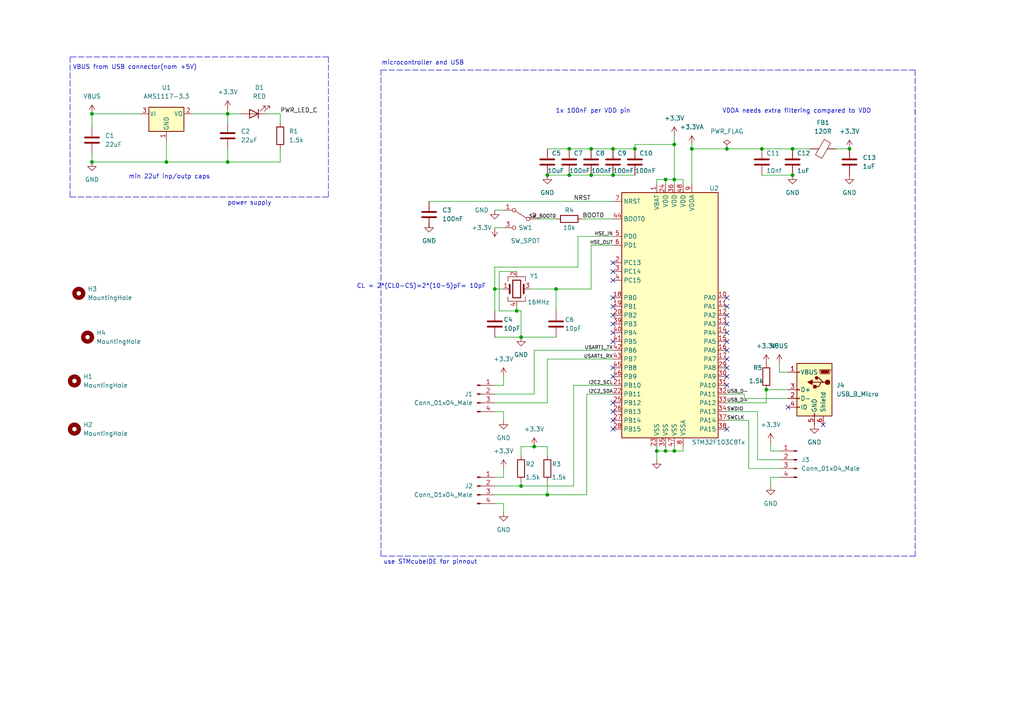
<source format=kicad_sch>
(kicad_sch (version 20211123) (generator eeschema)
  (paper "A4")
  (title_block (title "stm Interface PCB") (rev "1"))
  (lib_symbols
    (symbol "Connector:Conn_01x04_Male" (pin_names (offset 1.016) hide)
      (property "Reference" "J" (at 0 5.08 0))
      (property "Value" "Conn_01x04_Male" (at 0 -7.62 0))
      (symbol "Conn_01x04_Male_1_1"
        (polyline (pts (xy 1.27 -5.08) (xy 0.8636 -5.08)) (stroke (width 0.1524)))
        (polyline (pts (xy 1.27 -2.54) (xy 0.8636 -2.54)) (stroke (width 0.1524)))
        (polyline (pts (xy 1.27 0) (xy 0.8636 0)) (stroke (width 0.1524)))
        (polyline (pts (xy 1.27 2.54) (xy 0.8636 2.54)) (stroke (width 0.1524)))
        (rectangle (start 0.8636 -4.953) (end 0 -5.207) (stroke (width 0.1524)) (fill (type outline)))
        (rectangle (start 0.8636 -2.413) (end 0 -2.667) (stroke (width 0.1524)) (fill (type outline)))
        (rectangle (start 0.8636 0.127) (end 0 -0.127) (stroke (width 0.1524)) (fill (type outline)))
        (rectangle (start 0.8636 2.667) (end 0 2.413) (stroke (width 0.1524)) (fill (type outline)))
        (pin passive line (at 5.08 2.54 180) (length 3.81) (name "Pin_1") (number "1"))
        (pin passive line (at 5.08 0 180) (length 3.81) (name "Pin_2") (number "2"))
        (pin passive line (at 5.08 -2.54 180) (length 3.81) (name "Pin_3") (number "3"))
        (pin passive line (at 5.08 -5.08 180) (length 3.81) (name "Pin_4") (number "4"))
      )
    )
    (symbol "Connector:USB_B_Micro" (pin_names (offset 1.016))
      (property "Reference" "J" (at -5.08 11.43 0))
      (property "Value" "USB_B_Micro" (at -5.08 8.89 0))
      (symbol "USB_B_Micro_0_1"
        (rectangle (start -5.08 -7.62) (end 5.08 7.62) (stroke (width 0.254)) (fill (type background)))
        (circle (center -3.81 2.159) (radius 0.635) (stroke (width 0.254)) (fill (type outline)))
        (circle (center -0.635 3.429) (radius 0.381) (stroke (width 0.254)) (fill (type outline)))
        (rectangle (start -0.127 -7.62) (end 0.127 -6.858))
        (polyline (pts (xy -1.905 2.159) (xy 0.635 2.159)) (stroke (width 0.254)))
        (polyline (pts (xy -3.175 2.159) (xy -2.54 2.159) (xy -1.27 3.429) (xy -0.635 3.429)) (stroke (width 0.254)))
        (polyline (pts (xy -2.54 2.159) (xy -1.905 2.159) (xy -1.27 0.889) (xy 0 0.889)) (stroke (width 0.254)))
        (polyline (pts (xy 0.635 2.794) (xy 0.635 1.524) (xy 1.905 2.159) (xy 0.635 2.794)) (stroke (width 0.254)) (fill (type outline)))
        (polyline (pts (xy -4.318 5.588) (xy -1.778 5.588) (xy -2.032 4.826) (xy -4.064 4.826) (xy -4.318 5.588)) (fill (type outline)))
        (polyline (pts (xy -4.699 5.842) (xy -4.699 5.588) (xy -4.445 4.826) (xy -4.445 4.572) (xy -1.651 4.572) (xy -1.651 4.826) (xy -1.397 5.588) (xy -1.397 5.842) (xy -4.699 5.842)))
        (rectangle (start 0.254 1.27) (end -0.508 0.508) (stroke (width 0.254)) (fill (type outline)))
        (rectangle (start 5.08 -5.207) (end 4.318 -4.953))
        (rectangle (start 5.08 -2.667) (end 4.318 -2.413))
        (rectangle (start 5.08 -0.127) (end 4.318 0.127))
        (rectangle (start 5.08 4.953) (end 4.318 5.207))
      )
      (symbol "USB_B_Micro_1_1"
        (pin power_out line (at 7.62 5.08 180) (length 2.54) (name "VBUS") (number "1"))
        (pin bidirectional line (at 7.62 -2.54 180) (length 2.54) (name "D-") (number "2"))
        (pin bidirectional line (at 7.62 0 180) (length 2.54) (name "D+") (number "3"))
        (pin passive line (at 7.62 -5.08 180) (length 2.54) (name "ID") (number "4"))
        (pin power_out line (at 0 -10.16 90) (length 2.54) (name "GND") (number "5"))
        (pin passive line (at -2.54 -10.16 90) (length 2.54) (name "Shield") (number "6"))
      )
    )
    (symbol "Device:C" (pin_numbers hide) (pin_names (offset 0.254))
      (property "Reference" "C" (at 0.635 2.54 0))
      (property "Value" "C" (at 0.635 -2.54 0))
      (symbol "C_0_1"
        (polyline (pts (xy -2.032 -0.762) (xy 2.032 -0.762)) (stroke (width 0.508)))
        (polyline (pts (xy -2.032 0.762) (xy 2.032 0.762)) (stroke (width 0.508)))
      )
      (symbol "C_1_1"
        (pin passive line (at 0 3.81 270) (length 2.794) (name "~") (number "1"))
        (pin passive line (at 0 -3.81 90) (length 2.794) (name "~") (number "2"))
      )
    )
    (symbol "Device:Crystal_GND24" (pin_names (offset 1.016) hide)
      (property "Reference" "Y" (at 3.175 5.08 0))
      (property "Value" "Crystal_GND24" (at 3.175 3.175 0))
      (symbol "Crystal_GND24_0_1"
        (rectangle (start -1.143 2.54) (end 1.143 -2.54) (stroke (width 0.3048)))
        (polyline (pts (xy -2.54 0) (xy -2.032 0)))
        (polyline (pts (xy -2.032 -1.27) (xy -2.032 1.27)) (stroke (width 0.508)))
        (polyline (pts (xy 0 -3.81) (xy 0 -3.556)))
        (polyline (pts (xy 0 3.556) (xy 0 3.81)))
        (polyline (pts (xy 2.032 -1.27) (xy 2.032 1.27)) (stroke (width 0.508)))
        (polyline (pts (xy 2.032 0) (xy 2.54 0)))
        (polyline (pts (xy -2.54 -2.286) (xy -2.54 -3.556) (xy 2.54 -3.556) (xy 2.54 -2.286)))
        (polyline (pts (xy -2.54 2.286) (xy -2.54 3.556) (xy 2.54 3.556) (xy 2.54 2.286)))
      )
      (symbol "Crystal_GND24_1_1"
        (pin passive line (at -3.81 0 0) (length 1.27) (name "1") (number "1"))
        (pin passive line (at 0 5.08 270) (length 1.27) (name "2") (number "2"))
        (pin passive line (at 3.81 0 180) (length 1.27) (name "3") (number "3"))
        (pin passive line (at 0 -5.08 90) (length 1.27) (name "4") (number "4"))
      )
    )
    (symbol "Device:FerriteBead" (pin_numbers hide) (pin_names (offset 0))
      (property "Reference" "FB" (at -3.81 0.635 90))
      (property "Value" "FerriteBead" (at 3.81 0 90))
      (symbol "FerriteBead_0_1"
        (polyline (pts (xy 0 -1.27) (xy 0 -1.2192)))
        (polyline (pts (xy 0 1.27) (xy 0 1.2954)))
        (polyline (pts (xy -2.7686 0.4064) (xy -1.7018 2.2606) (xy 2.7686 -0.3048) (xy 1.6764 -2.159) (xy -2.7686 0.4064)))
      )
      (symbol "FerriteBead_1_1"
        (pin passive line (at 0 3.81 270) (length 2.54) (name "~") (number "1"))
        (pin passive line (at 0 -3.81 90) (length 2.54) (name "~") (number "2"))
      )
    )
    (symbol "Device:LED" (pin_numbers hide) (pin_names (offset 1.016) hide)
      (property "Reference" "D" (at 0 2.54 0))
      (property "Value" "LED" (at 0 -2.54 0))
      (symbol "LED_0_1"
        (polyline (pts (xy -1.27 -1.27) (xy -1.27 1.27)) (stroke (width 0.254)))
        (polyline (pts (xy -1.27 0) (xy 1.27 0)))
        (polyline (pts (xy 1.27 -1.27) (xy 1.27 1.27) (xy -1.27 0) (xy 1.27 -1.27)) (stroke (width 0.254)))
        (polyline (pts (xy -3.048 -0.762) (xy -4.572 -2.286) (xy -3.81 -2.286) (xy -4.572 -2.286) (xy -4.572 -1.524)))
        (polyline (pts (xy -1.778 -0.762) (xy -3.302 -2.286) (xy -2.54 -2.286) (xy -3.302 -2.286) (xy -3.302 -1.524)))
      )
      (symbol "LED_1_1"
        (pin passive line (at -3.81 0 0) (length 2.54) (name "K") (number "1"))
        (pin passive line (at 3.81 0 180) (length 2.54) (name "A") (number "2"))
      )
    )
    (symbol "Device:R" (pin_numbers hide) (pin_names (offset 0))
      (property "Reference" "R" (at 2.032 0 90))
      (property "Value" "R" (at 0 0 90))
      (symbol "R_0_1"
        (rectangle (start -1.016 -2.54) (end 1.016 2.54) (stroke (width 0.254)))
      )
      (symbol "R_1_1"
        (pin passive line (at 0 3.81 270) (length 1.27) (name "~") (number "1"))
        (pin passive line (at 0 -3.81 90) (length 1.27) (name "~") (number "2"))
      )
    )
    (symbol "MCU_ST_STM32F1:STM32F103C8Tx"
      (property "Reference" "U" (at -15.24 36.83 0))
      (property "Value" "STM32F103C8Tx" (at 7.62 36.83 0))
      (symbol "STM32F103C8Tx_0_1"
        (rectangle (start -15.24 -35.56) (end 12.7 35.56) (stroke (width 0.254)) (fill (type background)))
      )
      (symbol "STM32F103C8Tx_1_1"
        (pin power_in line (at -5.08 38.1 270) (length 2.54) (name "VBAT") (number "1"))
        (pin bidirectional line (at 15.24 5.08 180) (length 2.54) (name "PA0") (number "10"))
        (pin bidirectional line (at 15.24 2.54 180) (length 2.54) (name "PA1") (number "11"))
        (pin bidirectional line (at 15.24 0 180) (length 2.54) (name "PA2") (number "12"))
        (pin bidirectional line (at 15.24 -2.54 180) (length 2.54) (name "PA3") (number "13"))
        (pin bidirectional line (at 15.24 -5.08 180) (length 2.54) (name "PA4") (number "14"))
        (pin bidirectional line (at 15.24 -7.62 180) (length 2.54) (name "PA5") (number "15"))
        (pin bidirectional line (at 15.24 -10.16 180) (length 2.54) (name "PA6") (number "16"))
        (pin bidirectional line (at 15.24 -12.7 180) (length 2.54) (name "PA7") (number "17"))
        (pin bidirectional line (at -17.78 5.08 0) (length 2.54) (name "PB0") (number "18"))
        (pin bidirectional line (at -17.78 2.54 0) (length 2.54) (name "PB1") (number "19"))
        (pin bidirectional line (at -17.78 15.24 0) (length 2.54) (name "PC13") (number "2"))
        (pin bidirectional line (at -17.78 0 0) (length 2.54) (name "PB2") (number "20"))
        (pin bidirectional line (at -17.78 -20.32 0) (length 2.54) (name "PB10") (number "21"))
        (pin bidirectional line (at -17.78 -22.86 0) (length 2.54) (name "PB11") (number "22"))
        (pin power_in line (at -5.08 -38.1 90) (length 2.54) (name "VSS") (number "23"))
        (pin power_in line (at -2.54 38.1 270) (length 2.54) (name "VDD") (number "24"))
        (pin bidirectional line (at -17.78 -25.4 0) (length 2.54) (name "PB12") (number "25"))
        (pin bidirectional line (at -17.78 -27.94 0) (length 2.54) (name "PB13") (number "26"))
        (pin bidirectional line (at -17.78 -30.48 0) (length 2.54) (name "PB14") (number "27"))
        (pin bidirectional line (at -17.78 -33.02 0) (length 2.54) (name "PB15") (number "28"))
        (pin bidirectional line (at 15.24 -15.24 180) (length 2.54) (name "PA8") (number "29"))
        (pin bidirectional line (at -17.78 12.7 0) (length 2.54) (name "PC14") (number "3"))
        (pin bidirectional line (at 15.24 -17.78 180) (length 2.54) (name "PA9") (number "30"))
        (pin bidirectional line (at 15.24 -20.32 180) (length 2.54) (name "PA10") (number "31"))
        (pin bidirectional line (at 15.24 -22.86 180) (length 2.54) (name "PA11") (number "32"))
        (pin bidirectional line (at 15.24 -25.4 180) (length 2.54) (name "PA12") (number "33"))
        (pin bidirectional line (at 15.24 -27.94 180) (length 2.54) (name "PA13") (number "34"))
        (pin power_in line (at -2.54 -38.1 90) (length 2.54) (name "VSS") (number "35"))
        (pin power_in line (at 0 38.1 270) (length 2.54) (name "VDD") (number "36"))
        (pin bidirectional line (at 15.24 -30.48 180) (length 2.54) (name "PA14") (number "37"))
        (pin bidirectional line (at 15.24 -33.02 180) (length 2.54) (name "PA15") (number "38"))
        (pin bidirectional line (at -17.78 -2.54 0) (length 2.54) (name "PB3") (number "39"))
        (pin bidirectional line (at -17.78 10.16 0) (length 2.54) (name "PC15") (number "4"))
        (pin bidirectional line (at -17.78 -5.08 0) (length 2.54) (name "PB4") (number "40"))
        (pin bidirectional line (at -17.78 -7.62 0) (length 2.54) (name "PB5") (number "41"))
        (pin bidirectional line (at -17.78 -10.16 0) (length 2.54) (name "PB6") (number "42"))
        (pin bidirectional line (at -17.78 -12.7 0) (length 2.54) (name "PB7") (number "43"))
        (pin input line (at -17.78 27.94 0) (length 2.54) (name "BOOT0") (number "44"))
        (pin bidirectional line (at -17.78 -15.24 0) (length 2.54) (name "PB8") (number "45"))
        (pin bidirectional line (at -17.78 -17.78 0) (length 2.54) (name "PB9") (number "46"))
        (pin power_in line (at 0 -38.1 90) (length 2.54) (name "VSS") (number "47"))
        (pin power_in line (at 2.54 38.1 270) (length 2.54) (name "VDD") (number "48"))
        (pin input line (at -17.78 22.86 0) (length 2.54) (name "PD0") (number "5"))
        (pin input line (at -17.78 20.32 0) (length 2.54) (name "PD1") (number "6"))
        (pin input line (at -17.78 33.02 0) (length 2.54) (name "NRST") (number "7"))
        (pin power_in line (at 2.54 -38.1 90) (length 2.54) (name "VSSA") (number "8"))
        (pin power_in line (at 5.08 38.1 270) (length 2.54) (name "VDDA") (number "9"))
      )
    )
    (symbol "Mechanical:MountingHole" (pin_names (offset 1.016))
      (property "Reference" "H" (at 0 5.08 0))
      (property "Value" "MountingHole" (at 0 3.175 0))
      (symbol "MountingHole_0_1"
        (circle (center 0 0) (radius 1.27) (stroke (width 1.27)))
      )
    )
    (symbol "Regulator_Linear:AMS1117-3.3" (pin_names (offset 0.254))
      (property "Reference" "U" (at -3.81 3.175 0))
      (property "Value" "AMS1117-3.3" (at 0 3.175 0))
      (symbol "AMS1117-3.3_0_1"
        (rectangle (start -5.08 -5.08) (end 5.08 1.905) (stroke (width 0.254)) (fill (type background)))
      )
      (symbol "AMS1117-3.3_1_1"
        (pin power_in line (at 0 -7.62 90) (length 2.54) (name "GND") (number "1"))
        (pin power_out line (at 7.62 0 180) (length 2.54) (name "VO") (number "2"))
        (pin power_in line (at -7.62 0 0) (length 2.54) (name "VI") (number "3"))
      )
    )
    (symbol "Switch:SW_SPDT" (pin_names (offset 0) hide)
      (property "Reference" "SW" (at 0 4.318 0))
      (property "Value" "SW_SPDT" (at 0 -5.08 0))
      (symbol "SW_SPDT_0_0"
        (circle (center -2.032 0) (radius 0.508))
        (circle (center 2.032 -2.54) (radius 0.508))
      )
      (symbol "SW_SPDT_0_1"
        (polyline (pts (xy -1.524 0.254) (xy 1.651 2.286)))
        (circle (center 2.032 2.54) (radius 0.508))
      )
      (symbol "SW_SPDT_1_1"
        (pin passive line (at 5.08 2.54 180) (length 2.54) (name "A") (number "1"))
        (pin passive line (at -5.08 0 0) (length 2.54) (name "B") (number "2"))
        (pin passive line (at 5.08 -2.54 180) (length 2.54) (name "C") (number "3"))
      )
    )
    (symbol "power:+3.3V" (power) (pin_names (offset 0))
      (property "Value" "+3.3V" (at 0 3.556 0))
      (symbol "+3.3V_0_1"
        (polyline (pts (xy -0.762 1.27) (xy 0 2.54)))
        (polyline (pts (xy 0 0) (xy 0 2.54)))
        (polyline (pts (xy 0 2.54) (xy 0.762 1.27)))
      )
      (symbol "+3.3V_1_1"
        (pin power_in line (at 0 0 90) (length 0) hide (name "+3.3V") (number "1"))
      )
    )
    (symbol "power:+3.3VA" (power) (pin_names (offset 0))
      (property "Value" "+3.3VA" (at 0 3.556 0))
      (symbol "+3.3VA_0_1"
        (polyline (pts (xy -0.762 1.27) (xy 0 2.54)))
        (polyline (pts (xy 0 0) (xy 0 2.54)))
        (polyline (pts (xy 0 2.54) (xy 0.762 1.27)))
      )
      (symbol "+3.3VA_1_1"
        (pin power_in line (at 0 0 90) (length 0) hide (name "+3.3VA") (number "1"))
      )
    )
    (symbol "power:GND" (power) (pin_names (offset 0))
      (property "Value" "GND" (at 0 -3.81 0))
      (symbol "GND_0_1"
        (polyline (pts (xy 0 0) (xy 0 -1.27) (xy 1.27 -1.27) (xy 0 -2.54) (xy -1.27 -1.27) (xy 0 -1.27)))
      )
      (symbol "GND_1_1"
        (pin power_in line (at 0 0 270) (length 0) hide (name "GND") (number "1"))
      )
    )
    (symbol "power:PWR_FLAG" (power) (pin_numbers hide) (pin_names (offset 0) hide)
      (property "Value" "PWR_FLAG" (at 0 3.81 0))
      (symbol "PWR_FLAG_0_0"
        (pin power_out line (at 0 0 90) (length 0) (name "pwr") (number "1"))
      )
      (symbol "PWR_FLAG_0_1"
        (polyline (pts (xy 0 0) (xy 0 1.27) (xy -1.016 1.905) (xy 0 2.54) (xy 1.016 1.905) (xy 0 1.27)))
      )
    )
    (symbol "power:VBUS" (power) (pin_names (offset 0))
      (property "Value" "VBUS" (at 0 3.81 0))
      (symbol "VBUS_0_1"
        (polyline (pts (xy -0.762 1.27) (xy 0 2.54)))
        (polyline (pts (xy 0 0) (xy 0 2.54)))
        (polyline (pts (xy 0 2.54) (xy 0.762 1.27)))
      )
      (symbol "VBUS_1_1"
        (pin power_in line (at 0 0 90) (length 0) hide (name "VBUS") (number "1"))
      )
    )
  )
  (junction (at 158.75 50.8))
  (junction (at 193.04 52.07))
  (junction (at 26.67 46.99))
  (junction (at 165.1 50.8))
  (junction (at 222.25 113.03))
  (junction (at 151.13 140.97))
  (junction (at 195.58 52.07))
  (junction (at 229.87 43.18))
  (junction (at 165.1 43.18))
  (junction (at 190.5 130.81))
  (junction (at 158.75 143.51))
  (junction (at 200.66 43.18))
  (junction (at 161.29 83.82))
  (junction (at 66.04 46.99))
  (junction (at 220.98 43.18))
  (junction (at 177.8 43.18))
  (junction (at 26.67 33.02))
  (junction (at 48.26 46.99))
  (junction (at 195.58 41.91))
  (junction (at 210.82 43.18))
  (junction (at 171.45 50.8))
  (junction (at 171.45 43.18))
  (junction (at 195.58 130.81))
  (junction (at 184.15 43.18))
  (junction (at 143.51 83.82))
  (junction (at 246.38 43.18))
  (junction (at 229.87 50.8))
  (junction (at 149.86 90.17))
  (junction (at 66.04 33.02))
  (junction (at 177.8 50.8))
  (junction (at 154.94 129.54))
  (junction (at 193.04 130.81))
  (junction (at 151.13 97.79))
  (no_connect (at 228.6 118.11))
  (no_connect (at 238.76 123.19))
  (no_connect (at 210.82 124.46))
  (no_connect (at 177.8 96.52))
  (no_connect (at 177.8 88.9))
  (no_connect (at 210.82 104.14))
  (no_connect (at 177.8 91.44))
  (no_connect (at 177.8 106.68))
  (no_connect (at 177.8 86.36))
  (no_connect (at 210.82 91.44))
  (no_connect (at 177.8 78.74))
  (no_connect (at 210.82 96.52))
  (no_connect (at 210.82 99.06))
  (no_connect (at 210.82 111.76))
  (no_connect (at 177.8 99.06))
  (no_connect (at 210.82 93.98))
  (no_connect (at 210.82 86.36))
  (no_connect (at 210.82 88.9))
  (no_connect (at 177.8 76.2))
  (no_connect (at 210.82 101.6))
  (no_connect (at 177.8 124.46))
  (no_connect (at 210.82 106.68))
  (no_connect (at 177.8 121.92))
  (no_connect (at 177.8 116.84))
  (no_connect (at 177.8 119.38))
  (no_connect (at 177.8 81.28))
  (no_connect (at 177.8 109.22))
  (no_connect (at 177.8 93.98))
  (no_connect (at 210.82 109.22))
  (wire (pts (xy 158.75 50.8) (xy 165.1 50.8)))
  (wire (pts (xy 143.51 77.47) (xy 143.51 83.82)))
  (wire (pts (xy 190.5 53.34) (xy 190.5 52.07)))
  (wire (pts (xy 158.75 129.54) (xy 158.75 132.08)))
  (wire (pts (xy 184.15 41.91) (xy 195.58 41.91)))
  (wire (pts (xy 228.6 115.57) (xy 215.9 115.57)))
  (wire (pts (xy 200.66 43.18) (xy 200.66 53.34)))
  (wire (pts (xy 26.67 36.83) (xy 26.67 33.02)))
  (wire (pts (xy 154.94 101.6) (xy 154.94 114.3)))
  (wire (pts (xy 193.04 129.54) (xy 193.04 130.81)))
  (wire (pts (xy 161.29 63.5) (xy 156.21 63.5)))
  (wire (pts (xy 48.26 40.64) (xy 48.26 46.99)))
  (wire (pts (xy 195.58 129.54) (xy 195.58 130.81)))
  (polyline (pts (xy 95.25 16.51) (xy 20.32 16.51)))
  (wire (pts (xy 143.51 60.96) (xy 146.05 60.96)))
  (wire (pts (xy 146.05 111.76) (xy 143.51 111.76)))
  (wire (pts (xy 149.86 90.17) (xy 151.13 90.17)))
  (polyline (pts (xy 265.43 20.32) (xy 265.43 33.02)))
  (wire (pts (xy 161.29 83.82) (xy 161.29 90.17)))
  (wire (pts (xy 55.88 33.02) (xy 66.04 33.02)))
  (wire (pts (xy 210.82 119.38) (xy 219.71 119.38)))
  (wire (pts (xy 158.75 139.7) (xy 158.75 143.51)))
  (wire (pts (xy 195.58 41.91) (xy 195.58 52.07)))
  (wire (pts (xy 124.46 58.42) (xy 177.8 58.42)))
  (wire (pts (xy 144.78 78.74) (xy 144.78 90.17)))
  (wire (pts (xy 48.26 46.99) (xy 26.67 46.99)))
  (wire (pts (xy 168.91 63.5) (xy 177.8 63.5)))
  (polyline (pts (xy 110.49 20.32) (xy 265.43 20.32)))
  (wire (pts (xy 146.05 138.43) (xy 143.51 138.43)))
  (wire (pts (xy 242.57 43.18) (xy 246.38 43.18)))
  (wire (pts (xy 210.82 43.18) (xy 220.98 43.18)))
  (wire (pts (xy 146.05 121.92) (xy 146.05 119.38)))
  (wire (pts (xy 48.26 46.99) (xy 66.04 46.99)))
  (wire (pts (xy 217.17 121.92) (xy 217.17 135.89)))
  (wire (pts (xy 190.5 129.54) (xy 190.5 130.81)))
  (wire (pts (xy 143.51 97.79) (xy 151.13 97.79)))
  (wire (pts (xy 154.94 129.54) (xy 158.75 129.54)))
  (wire (pts (xy 66.04 33.02) (xy 66.04 35.56)))
  (wire (pts (xy 165.1 43.18) (xy 171.45 43.18)))
  (polyline (pts (xy 20.32 16.51) (xy 20.32 57.15)))
  (polyline (pts (xy 95.25 16.51) (xy 95.25 57.15)))
  (wire (pts (xy 226.06 105.41) (xy 226.06 107.95)))
  (wire (pts (xy 210.82 121.92) (xy 217.17 121.92)))
  (wire (pts (xy 190.5 52.07) (xy 193.04 52.07)))
  (wire (pts (xy 81.28 33.02) (xy 81.28 35.56)))
  (wire (pts (xy 177.8 50.8) (xy 184.15 50.8)))
  (wire (pts (xy 158.75 116.84) (xy 143.51 116.84)))
  (wire (pts (xy 200.66 41.91) (xy 200.66 43.18)))
  (wire (pts (xy 167.64 68.58) (xy 167.64 77.47)))
  (wire (pts (xy 223.52 130.81) (xy 226.06 130.81)))
  (wire (pts (xy 177.8 43.18) (xy 184.15 43.18)))
  (wire (pts (xy 223.52 138.43) (xy 226.06 138.43)))
  (wire (pts (xy 151.13 132.08) (xy 151.13 129.54)))
  (wire (pts (xy 124.46 66.04) (xy 124.46 64.77)))
  (wire (pts (xy 144.78 90.17) (xy 149.86 90.17)))
  (wire (pts (xy 198.12 130.81) (xy 195.58 130.81)))
  (wire (pts (xy 184.15 43.18) (xy 184.15 41.91)))
  (wire (pts (xy 215.9 114.3) (xy 210.82 114.3)))
  (wire (pts (xy 146.05 109.22) (xy 146.05 111.76)))
  (wire (pts (xy 149.86 78.74) (xy 144.78 78.74)))
  (wire (pts (xy 146.05 119.38) (xy 143.51 119.38)))
  (wire (pts (xy 81.28 43.18) (xy 81.28 46.99)))
  (wire (pts (xy 158.75 104.14) (xy 158.75 116.84)))
  (wire (pts (xy 229.87 43.18) (xy 234.95 43.18)))
  (wire (pts (xy 151.13 90.17) (xy 151.13 97.79)))
  (wire (pts (xy 195.58 52.07) (xy 195.58 53.34)))
  (wire (pts (xy 198.12 53.34) (xy 198.12 52.07)))
  (wire (pts (xy 195.58 39.37) (xy 195.58 41.91)))
  (polyline (pts (xy 265.43 161.29) (xy 110.49 161.29)))
  (polyline (pts (xy 265.43 31.75) (xy 265.43 161.29)))
  (wire (pts (xy 190.5 130.81) (xy 190.5 133.35)))
  (wire (pts (xy 200.66 43.18) (xy 210.82 43.18)))
  (wire (pts (xy 146.05 148.59) (xy 146.05 146.05)))
  (wire (pts (xy 171.45 43.18) (xy 177.8 43.18)))
  (wire (pts (xy 171.45 83.82) (xy 171.45 71.12)))
  (polyline (pts (xy 110.49 161.29) (xy 110.49 20.32)))
  (wire (pts (xy 151.13 129.54) (xy 154.94 129.54)))
  (wire (pts (xy 177.8 111.76) (xy 166.37 111.76)))
  (wire (pts (xy 151.13 139.7) (xy 151.13 140.97)))
  (wire (pts (xy 146.05 146.05) (xy 143.51 146.05)))
  (wire (pts (xy 165.1 50.8) (xy 171.45 50.8)))
  (wire (pts (xy 177.8 114.3) (xy 170.18 114.3)))
  (wire (pts (xy 26.67 46.99) (xy 26.67 44.45)))
  (wire (pts (xy 193.04 53.34) (xy 193.04 52.07)))
  (wire (pts (xy 217.17 135.89) (xy 226.06 135.89)))
  (wire (pts (xy 222.25 113.03) (xy 228.6 113.03)))
  (wire (pts (xy 195.58 130.81) (xy 193.04 130.81)))
  (wire (pts (xy 171.45 71.12) (xy 177.8 71.12)))
  (wire (pts (xy 158.75 43.18) (xy 165.1 43.18)))
  (wire (pts (xy 210.82 116.84) (xy 222.25 116.84)))
  (wire (pts (xy 166.37 111.76) (xy 166.37 140.97)))
  (wire (pts (xy 81.28 46.99) (xy 66.04 46.99)))
  (wire (pts (xy 177.8 104.14) (xy 158.75 104.14)))
  (wire (pts (xy 66.04 31.75) (xy 66.04 33.02)))
  (wire (pts (xy 153.67 83.82) (xy 161.29 83.82)))
  (wire (pts (xy 226.06 107.95) (xy 228.6 107.95)))
  (wire (pts (xy 222.25 116.84) (xy 222.25 113.03)))
  (wire (pts (xy 215.9 115.57) (xy 215.9 114.3)))
  (wire (pts (xy 143.51 143.51) (xy 158.75 143.51)))
  (wire (pts (xy 143.51 83.82) (xy 143.51 90.17)))
  (wire (pts (xy 158.75 143.51) (xy 170.18 143.51)))
  (wire (pts (xy 198.12 52.07) (xy 195.58 52.07)))
  (wire (pts (xy 170.18 114.3) (xy 170.18 143.51)))
  (wire (pts (xy 66.04 46.99) (xy 66.04 43.18)))
  (wire (pts (xy 219.71 133.35) (xy 226.06 133.35)))
  (wire (pts (xy 219.71 119.38) (xy 219.71 133.35)))
  (wire (pts (xy 167.64 77.47) (xy 143.51 77.47)))
  (wire (pts (xy 26.67 33.02) (xy 40.64 33.02)))
  (wire (pts (xy 220.98 43.18) (xy 229.87 43.18)))
  (wire (pts (xy 77.47 33.02) (xy 81.28 33.02)))
  (wire (pts (xy 177.8 68.58) (xy 167.64 68.58)))
  (wire (pts (xy 193.04 52.07) (xy 195.58 52.07)))
  (wire (pts (xy 171.45 50.8) (xy 177.8 50.8)))
  (wire (pts (xy 143.51 66.04) (xy 146.05 66.04)))
  (wire (pts (xy 166.37 140.97) (xy 151.13 140.97)))
  (wire (pts (xy 149.86 88.9) (xy 149.86 90.17)))
  (wire (pts (xy 146.05 135.89) (xy 146.05 138.43)))
  (wire (pts (xy 151.13 140.97) (xy 143.51 140.97)))
  (polyline (pts (xy 20.32 57.15) (xy 95.25 57.15)))
  (wire (pts (xy 177.8 101.6) (xy 154.94 101.6)))
  (wire (pts (xy 223.52 128.27) (xy 223.52 130.81)))
  (wire (pts (xy 151.13 97.79) (xy 161.29 97.79)))
  (wire (pts (xy 161.29 83.82) (xy 171.45 83.82)))
  (wire (pts (xy 154.94 114.3) (xy 143.51 114.3)))
  (wire (pts (xy 198.12 129.54) (xy 198.12 130.81)))
  (wire (pts (xy 223.52 140.97) (xy 223.52 138.43)))
  (wire (pts (xy 190.5 130.81) (xy 193.04 130.81)))
  (wire (pts (xy 220.98 50.8) (xy 229.87 50.8)))
  (wire (pts (xy 143.51 83.82) (xy 146.05 83.82)))
  (wire (pts (xy 66.04 33.02) (xy 69.85 33.02)))
  (text "CL = 2*(CL0-CS)=2*(10-5)pF= 10pF" (at 140.97 83.82 180) (effects (font (size 1.27 1.27)) (justify right bottom)))
  (text "VBUS from USB connector(nom +5V)" (at 57.15 20.32 180) (effects (font (size 1.27 1.27)) (justify right bottom)))
  (text "power supply" (at 78.74 59.69 180) (effects (font (size 1.27 1.27)) (justify right bottom)))
  (text "microcontroller and USB" (at 134.62 19.05 180) (effects (font (size 1.27 1.27)) (justify right bottom)))
  (text "1x 100nF per VDD pin" (at 182.88 33.02 180) (effects (font (size 1.27 1.27)) (justify right bottom)))
  (text "VDDA needs extra filtering compared to VDD" (at 252.73 33.02 180) (effects (font (size 1.27 1.27)) (justify right bottom)))
  (text "min 22uf inp/outp caps" (at 60.96 52.07 180) (effects (font (size 1.27 1.27)) (justify right bottom)))
  (text "use STMcubeIDE for pinnout" (at 138.43 163.83 180) (effects (font (size 1.27 1.27)) (justify right bottom)))
  (label "PWR_LED_C" (at 81.28 33.02 0))
  (label "BOOT0" (at 168.91 63.5 0))
  (label "SWCLK" (at 210.82 121.92 0) (effects (font (size 1 1))))
  (label "I2C2_SDA" (at 177.8 114.3 180) (effects (font (size 1 1))))
  (label "SW_BOOT0" (at 161.29 63.5 180) (effects (font (size 1 1))))
  (label "HSE_OUT" (at 177.8 71.12 180) (effects (font (size 1 1))))
  (label "USB_D+" (at 210.82 116.84 0) (effects (font (size 1 1))))
  (label "USART1_TX" (at 177.8 101.6 180) (effects (font (size 1 1))))
  (label "USART1_RX" (at 177.8 104.14 180) (effects (font (size 1 1))))
  (label "USB_D-" (at 210.82 114.3 0) (effects (font (size 1 1))))
  (label "HSE_IN" (at 177.8 68.58 180) (effects (font (size 1 1))))
  (label "NRST" (at 166.37 58.42 0))
  (label "I2C2_SCL" (at 177.8 111.76 180) (effects (font (size 1 1))))
  (label "SWDIO" (at 210.82 119.38 0) (effects (font (size 1 1))))
  (symbol (lib_id "Device:C") (at 158.75 46.99 0) (unit 1)
    (property "Reference" "C5" (at 160.02 44.45 0) (effects (justify left)))
    (property "Value" "10uF" (at 158.75 49.53 0) (effects (justify left)))
    (property "Footprint" "Capacitor_SMD:C_0603_1608Metric" (effects hide))
  )
  (symbol (lib_id "Device:C") (at 143.51 93.98 0) (unit 1)
    (property "Reference" "C4" (at 146.05 92.71 0) (effects (justify left)))
    (property "Value" "10pF" (at 146.05 95.25 0) (effects (justify left)))
    (property "Footprint" "Capacitor_SMD:C_0402_1005Metric" (effects hide))
  )
  (symbol (lib_id "Device:R") (at 151.13 135.89 0) (unit 1)
    (property "Reference" "R2" (at 152.4 134.62 0) (effects (justify left)))
    (property "Value" "1.5k" (at 152.4 138.43 0) (effects (justify left)))
    (property "Footprint" "Resistor_SMD:R_0402_1005Metric" (effects hide))
  )
  (symbol (lib_id "Device:R") (at 165.1 63.5 90) (unit 1)
    (property "Reference" "R4" (at 165.1 60.96 90))
    (property "Value" "10k" (at 165.1 66.04 90))
    (property "Footprint" "Resistor_SMD:R_0402_1005Metric" (effects hide))
  )
  (symbol (lib_id "power:GND") (at 151.13 97.79 0) (unit 1)
    (property "Reference" "#PWR011" (effects hide))
    (property "Value" "GND" (at 151.13 102.87 0))
  )
  (symbol (lib_id "Device:C") (at 246.38 46.99 0) (unit 1)
    (property "Reference" "C13" (at 250.19 45.7199 0) (effects (justify left)))
    (property "Value" "1uF" (at 250.19 48.2599 0) (effects (justify left)))
    (property "Footprint" "Capacitor_SMD:C_0402_1005Metric" (effects hide))
  )
  (symbol (lib_id "power:GND") (at 146.05 121.92 0) (mirror y) (unit 1)
    (property "Reference" "#PWR08" (effects hide))
    (property "Value" "GND" (at 146.05 127 0))
  )
  (symbol (lib_id "Connector:Conn_01x04_Male") (at 231.14 133.35 0) (mirror y) (unit 1)
    (property "Reference" "J3" (at 232.41 133.3499 0) (effects (justify right)))
    (property "Value" "Conn_01x04_Male" (at 232.41 135.8899 0) (effects (justify right)))
    (property "Footprint" "Connector_PinHeader_2.54mm:PinHeader_1x04_P2.54mm_Vertical" (effects hide))
  )
  (symbol (lib_id "MCU_ST_STM32F1:STM32F103C8Tx") (at 195.58 91.44 0) (unit 1)
    (property "Reference" "U2" (at 205.74 54.61 0) (effects (justify left)))
    (property "Value" "STM32F103C8Tx" (at 200.66 128.27 0) (effects (justify left)))
    (property "Footprint" "Package_QFP:LQFP-48_7x7mm_P0.5mm" (effects hide))
    (property "Datasheet" "http://www.st.com/st-web-ui/static/active/en/resource/technical/document/datasheet/CD00161566.pdf" (effects hide))
  )
  (symbol (lib_id "Device:R") (at 81.28 39.37 180) (unit 1)
    (property "Reference" "R1" (at 83.82 38.0999 0) (effects (justify right)))
    (property "Value" "1.5k" (at 83.82 40.6399 0) (effects (justify right)))
    (property "Footprint" "Resistor_SMD:R_0402_1005Metric" (effects hide))
  )
  (symbol (lib_id "power:GND") (at 229.87 50.8 0) (unit 1)
    (property "Reference" "#PWR017" (effects hide))
    (property "Value" "GND" (at 229.87 55.88 0))
  )
  (symbol (lib_id "power:+3.3V") (at 146.05 135.89 0) (mirror y) (unit 1)
    (property "Reference" "#PWR09" (effects hide))
    (property "Value" "+3.3V" (at 146.05 130.81 0))
  )
  (symbol (lib_id "Mechanical:MountingHole") (at 22.86 85.09 0) (unit 1)
    (property "Reference" "H3" (at 25.4 83.8199 0) (effects (justify left)))
    (property "Value" "MountingHole" (at 25.4 86.3599 0) (effects (justify left)))
    (property "Footprint" "MountingHole:MountingHole_2.1mm" (effects hide))
  )
  (symbol (lib_id "power:+3.3V") (at 143.51 66.04 180) (unit 1)
    (property "Reference" "#PWR06" (effects hide))
    (property "Value" "+3.3V" (at 139.7 66.04 0))
  )
  (symbol (lib_id "Connector:Conn_01x04_Male") (at 138.43 114.3 0) (unit 1)
    (property "Reference" "J1" (at 137.16 114.2999 0) (effects (justify right)))
    (property "Value" "Conn_01x04_Male" (at 137.16 116.8399 0) (effects (justify right)))
    (property "Footprint" "Connector_PinHeader_2.54mm:PinHeader_1x04_P2.54mm_Vertical" (effects hide))
  )
  (symbol (lib_id "Mechanical:MountingHole") (at 21.59 124.46 0) (unit 1)
    (property "Reference" "H2" (at 24.13 123.1899 0) (effects (justify left)))
    (property "Value" "MountingHole" (at 24.13 125.7299 0) (effects (justify left)))
    (property "Footprint" "MountingHole:MountingHole_2.1mm" (effects hide))
  )
  (symbol (lib_id "Device:C") (at 124.46 62.23 0) (unit 1)
    (property "Reference" "C3" (at 128.27 60.9599 0) (effects (justify left)))
    (property "Value" "100nF" (at 128.27 63.4999 0) (effects (justify left)))
    (property "Footprint" "Capacitor_SMD:C_0402_1005Metric" (effects hide))
  )
  (symbol (lib_id "Device:R") (at 222.25 109.22 0) (unit 1)
    (property "Reference" "R5" (at 218.44 106.68 0) (effects (justify left)))
    (property "Value" "1.5k" (at 217.17 110.49 0) (effects (justify left)))
    (property "Footprint" "Resistor_SMD:R_0402_1005Metric" (effects hide))
  )
  (symbol (lib_id "Mechanical:MountingHole") (at 21.59 110.49 0) (unit 1)
    (property "Reference" "H1" (at 24.13 109.2199 0) (effects (justify left)))
    (property "Value" "MountingHole" (at 24.13 111.7599 0) (effects (justify left)))
    (property "Footprint" "MountingHole:MountingHole_2.1mm" (effects hide))
  )
  (symbol (lib_id "power:+3.3V") (at 66.04 31.75 0) (unit 1)
    (property "Reference" "#PWR03" (effects hide))
    (property "Value" "+3.3V" (at 66.04 26.67 0))
  )
  (symbol (lib_id "power:+3.3V") (at 246.38 43.18 0) (unit 1)
    (property "Reference" "#PWR022" (effects hide))
    (property "Value" "+3.3V" (at 246.38 38.1 0))
  )
  (symbol (lib_id "Device:C") (at 171.45 46.99 0) (unit 1)
    (property "Reference" "C8" (at 172.72 44.45 0) (effects (justify left)))
    (property "Value" "100nF" (at 171.45 49.53 0) (effects (justify left)))
    (property "Footprint" "Capacitor_SMD:C_0402_1005Metric" (effects hide))
  )
  (symbol (lib_id "power:+3.3V") (at 195.58 39.37 0) (unit 1)
    (property "Reference" "#PWR015" (effects hide))
    (property "Value" "+3.3V" (at 195.58 34.29 0))
  )
  (symbol (lib_id "power:GND") (at 146.05 148.59 0) (mirror y) (unit 1)
    (property "Reference" "#PWR010" (effects hide))
    (property "Value" "GND" (at 146.05 153.67 0))
  )
  (symbol (lib_id "power:GND") (at 223.52 140.97 0) (unit 1)
    (property "Reference" "#PWR020" (effects hide))
    (property "Value" "GND" (at 223.52 146.05 0))
  )
  (symbol (lib_id "power:+3.3V") (at 223.52 128.27 0) (unit 1)
    (property "Reference" "#PWR019" (effects hide))
    (property "Value" "+3.3V" (at 223.52 123.19 0))
  )
  (symbol (lib_id "Device:C") (at 161.29 93.98 0) (unit 1)
    (property "Reference" "C6" (at 163.83 92.71 0) (effects (justify left)))
    (property "Value" "10pF" (at 163.83 95.25 0) (effects (justify left)))
    (property "Footprint" "Capacitor_SMD:C_0402_1005Metric" (effects hide))
  )
  (symbol (lib_id "power:GND") (at 236.22 123.19 0) (unit 1)
    (property "Reference" "#PWR024" (effects hide))
    (property "Value" "GND" (at 236.22 128.27 0))
  )
  (symbol (lib_id "power:GND") (at 190.5 133.35 0) (unit 1)
    (property "Reference" "#PWR014" (effects hide))
    (property "Value" "GND" (effects hide))
  )
  (symbol (lib_id "power:+3.3V") (at 146.05 109.22 0) (mirror y) (unit 1)
    (property "Reference" "#PWR07" (effects hide))
    (property "Value" "+3.3V" (at 146.05 104.14 0))
  )
  (symbol (lib_id "power:+3.3V") (at 154.94 129.54 0) (unit 1)
    (property "Reference" "#PWR012" (effects hide))
    (property "Value" "+3.3V" (at 154.94 124.46 0))
  )
  (symbol (lib_id "power:+3.3VA") (at 200.66 41.91 0) (unit 1)
    (property "Reference" "#PWR016" (effects hide))
    (property "Value" "+3.3VA" (at 200.66 36.83 0))
  )
  (symbol (lib_id "power:GND") (at 143.51 60.96 0) (unit 1)
    (property "Reference" "#PWR05" (effects hide))
    (property "Value" "GND" (at 139.7 60.96 0))
  )
  (symbol (lib_id "power:GND") (at 158.75 50.8 0) (unit 1)
    (property "Reference" "#PWR013" (effects hide))
    (property "Value" "GND" (at 158.75 55.88 0))
  )
  (symbol (lib_id "power:+3.3V") (at 222.25 105.41 0) (unit 1)
    (property "Reference" "#PWR018" (effects hide))
    (property "Value" "+3.3V" (at 222.25 100.33 0))
  )
  (symbol (lib_id "Mechanical:MountingHole") (at 25.4 97.79 0) (unit 1)
    (property "Reference" "H4" (at 27.94 96.5199 0) (effects (justify left)))
    (property "Value" "MountingHole" (at 27.94 99.0599 0) (effects (justify left)))
    (property "Footprint" "MountingHole:MountingHole_2.1mm" (effects hide))
  )
  (symbol (lib_id "Switch:SW_SPDT") (at 151.13 63.5 0) (mirror y) (unit 1)
    (property "Reference" "SW1" (at 152.4 66.04 0))
    (property "Value" "SW_SPDT" (at 152.4 69.85 0))
    (property "Footprint" "Button_Switch_SMD:SW_SPDT_PCM12" (effects hide))
  )
  (symbol (lib_id "Device:R") (at 158.75 135.89 0) (unit 1)
    (property "Reference" "R3" (at 160.02 134.62 0) (effects (justify left)))
    (property "Value" "1.5k" (at 160.02 138.43 0) (effects (justify left)))
    (property "Footprint" "Resistor_SMD:R_0402_1005Metric" (effects hide))
  )
  (symbol (lib_id "Device:C") (at 66.04 39.37 0) (unit 1)
    (property "Reference" "C2" (at 69.85 38.0999 0) (effects (justify left)))
    (property "Value" "22uF" (at 69.85 40.6399 0) (effects (justify left)))
    (property "Footprint" "Capacitor_SMD:C_0805_2012Metric" (effects hide))
  )
  (symbol (lib_id "Regulator_Linear:AMS1117-3.3") (at 48.26 33.02 0) (unit 1)
    (property "Reference" "U1" (at 48.26 25.4 0))
    (property "Value" "AMS1117-3.3" (at 48.26 27.94 0))
    (property "Footprint" "Package_TO_SOT_SMD:SOT-223-3_TabPin2" (effects hide))
    (property "Datasheet" "http://www.advanced-monolithic.com/pdf/ds1117.pdf" (effects hide))
  )
  (symbol (lib_id "power:GND") (at 26.67 46.99 0) (unit 1)
    (property "Reference" "#PWR02" (effects hide))
    (property "Value" "GND" (at 26.67 52.07 0))
  )
  (symbol (lib_id "Device:C") (at 184.15 46.99 0) (unit 1)
    (property "Reference" "C10" (at 185.42 44.45 0) (effects (justify left)))
    (property "Value" "100nF" (at 184.15 49.53 0) (effects (justify left)))
    (property "Footprint" "Capacitor_SMD:C_0402_1005Metric" (effects hide))
  )
  (symbol (lib_id "Device:FerriteBead") (at 238.76 43.18 90) (unit 1)
    (property "Reference" "FB1" (at 238.7092 35.56 90))
    (property "Value" "120R" (at 238.7092 38.1 90))
    (property "Footprint" "Inductor_SMD:L_0603_1608Metric" (effects hide))
  )
  (symbol (lib_id "Device:C") (at 220.98 46.99 0) (unit 1)
    (property "Reference" "C11" (at 222.25 44.45 0) (effects (justify left)))
    (property "Value" "10nf" (at 222.25 49.53 0) (effects (justify left)))
    (property "Footprint" "Capacitor_SMD:C_0402_1005Metric" (effects hide))
  )
  (symbol (lib_id "Device:C") (at 229.87 46.99 0) (unit 1)
    (property "Reference" "C12" (at 231.14 44.45 0) (effects (justify left)))
    (property "Value" "1uF" (at 231.14 49.53 0) (effects (justify left)))
    (property "Footprint" "Capacitor_SMD:C_0402_1005Metric" (effects hide))
  )
  (symbol (lib_id "power:PWR_FLAG") (at 210.82 43.18 0) (unit 1)
    (property "Reference" "#FLG0101" (effects hide))
    (property "Value" "PWR_FLAG" (at 210.82 38.1 0))
  )
  (symbol (lib_id "power:VBUS") (at 26.67 33.02 0) (unit 1)
    (property "Reference" "#PWR01" (effects hide))
    (property "Value" "VBUS" (at 26.67 27.94 0))
  )
  (symbol (lib_id "Device:C") (at 165.1 46.99 0) (unit 1)
    (property "Reference" "C7" (at 166.37 44.45 0) (effects (justify left)))
    (property "Value" "100nF" (at 165.1 49.53 0) (effects (justify left)))
    (property "Footprint" "Capacitor_SMD:C_0402_1005Metric" (effects hide))
  )
  (symbol (lib_id "power:VBUS") (at 226.06 105.41 0) (unit 1)
    (property "Reference" "#PWR021" (effects hide))
    (property "Value" "VBUS" (at 226.06 100.33 0))
  )
  (symbol (lib_id "Connector:Conn_01x04_Male") (at 138.43 140.97 0) (unit 1)
    (property "Reference" "J2" (at 137.16 140.9699 0) (effects (justify right)))
    (property "Value" "Conn_01x04_Male" (at 137.16 143.5099 0) (effects (justify right)))
    (property "Footprint" "Connector_PinHeader_2.54mm:PinHeader_1x04_P2.54mm_Vertical" (effects hide))
  )
  (symbol (lib_id "power:GND") (at 246.38 50.8 0) (unit 1)
    (property "Reference" "#PWR023" (effects hide))
    (property "Value" "GND" (at 246.38 55.88 0))
  )
  (symbol (lib_id "Device:C") (at 26.67 40.64 0) (unit 1)
    (property "Reference" "C1" (at 30.48 39.3699 0) (effects (justify left)))
    (property "Value" "22uF" (at 30.48 41.9099 0) (effects (justify left)))
    (property "Footprint" "Capacitor_SMD:C_0805_2012Metric" (effects hide))
  )
  (symbol (lib_id "Device:C") (at 177.8 46.99 0) (unit 1)
    (property "Reference" "C9" (at 179.07 44.45 0) (effects (justify left)))
    (property "Value" "100nF" (at 177.8 49.53 0) (effects (justify left)))
    (property "Footprint" "Capacitor_SMD:C_0402_1005Metric" (effects hide))
  )
  (symbol (lib_id "Device:LED") (at 73.66 33.02 180) (unit 1)
    (property "Reference" "D1" (at 75.2475 25.4 0))
    (property "Value" "RED" (at 75.2475 27.94 0))
    (property "Footprint" "LED_SMD:LED_0603_1608Metric" (effects hide))
  )
  (symbol (lib_id "Connector:USB_B_Micro") (at 236.22 113.03 0) (mirror y) (unit 1)
    (property "Reference" "J4" (at 242.57 111.7599 0) (effects (justify right)))
    (property "Value" "USB_B_Micro" (at 242.57 114.2999 0) (effects (justify right)))
    (property "Footprint" "Connector_USB:USB_Micro-B_Wuerth_629105150521" (effects hide))
  )
  (symbol (lib_id "power:GND") (at 124.46 64.77 0) (unit 1)
    (property "Reference" "#PWR04" (effects hide))
    (property "Value" "GND" (at 124.46 69.85 0))
  )
  (symbol (lib_id "Device:Crystal_GND24") (at 149.86 83.82 0) (unit 1)
    (property "Reference" "Y1" (at 154.94 80.01 0))
    (property "Value" "16MHz" (at 156.21 87.63 0))
    (property "Footprint" "Crystal:Crystal_SMD_3225-4Pin_3.2x2.5mm" (effects hide))
  )
)
</source>
